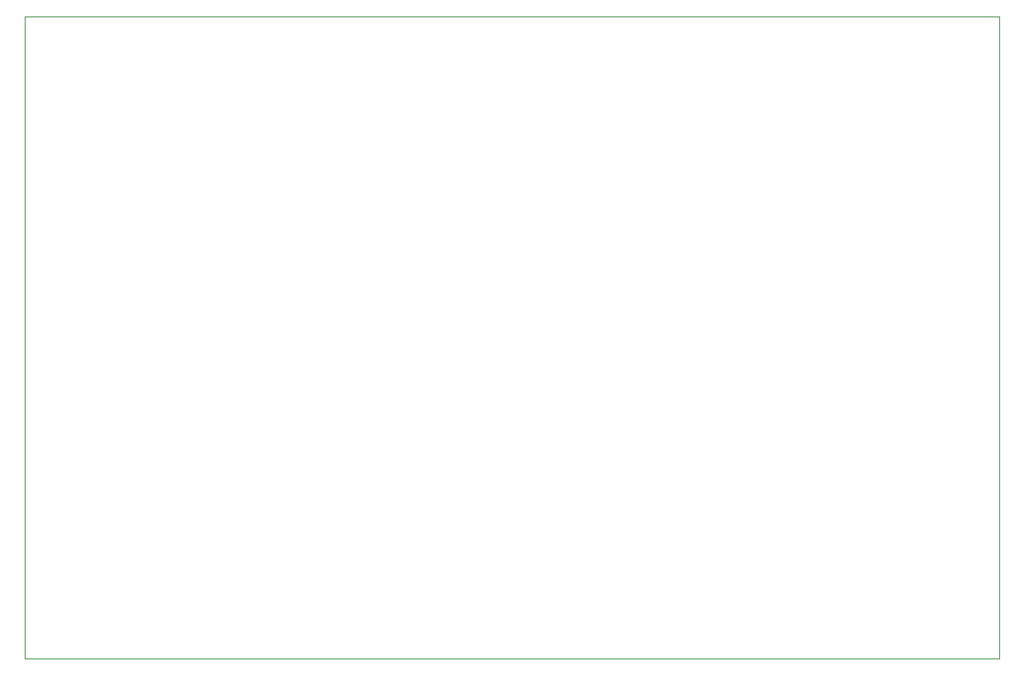
<source format=gbr>
%TF.GenerationSoftware,KiCad,Pcbnew,7.0.6*%
%TF.CreationDate,2023-12-18T10:17:45+05:30*%
%TF.ProjectId,new12vch,6e657731-3276-4636-982e-6b696361645f,rev?*%
%TF.SameCoordinates,Original*%
%TF.FileFunction,Profile,NP*%
%FSLAX46Y46*%
G04 Gerber Fmt 4.6, Leading zero omitted, Abs format (unit mm)*
G04 Created by KiCad (PCBNEW 7.0.6) date 2023-12-18 10:17:45*
%MOMM*%
%LPD*%
G01*
G04 APERTURE LIST*
%TA.AperFunction,Profile*%
%ADD10C,0.050000*%
%TD*%
G04 APERTURE END LIST*
D10*
X99410000Y-69950000D02*
X199410000Y-69950000D01*
X199410000Y-135950000D01*
X99410000Y-135950000D01*
X99410000Y-69950000D01*
M02*

</source>
